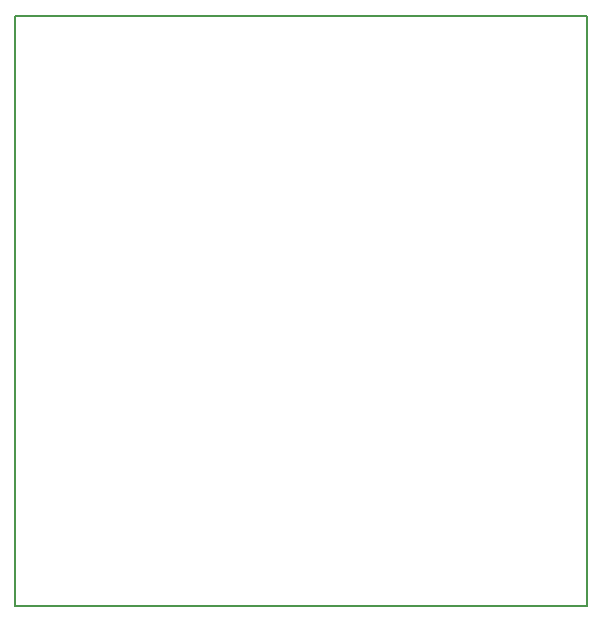
<source format=gm1>
G04 #@! TF.FileFunction,Profile,NP*
%FSLAX46Y46*%
G04 Gerber Fmt 4.6, Leading zero omitted, Abs format (unit mm)*
G04 Created by KiCad (PCBNEW 4.0.2-4+6225~38~ubuntu15.10.1-stable) date Tue 29 Mar 2016 00:01:41 BST*
%MOMM*%
G01*
G04 APERTURE LIST*
%ADD10C,0.100000*%
%ADD11C,0.150000*%
G04 APERTURE END LIST*
D10*
D11*
X62700000Y-62600000D02*
X62700000Y-112600000D01*
X111100000Y-112600000D02*
X110300000Y-112600000D01*
X111100000Y-79200000D02*
X111100000Y-112600000D01*
X111100000Y-62600000D02*
X111100000Y-79200000D01*
X110300000Y-62600000D02*
X111100000Y-62600000D01*
X62700000Y-62600000D02*
X110300000Y-62600000D01*
X62700000Y-112600000D02*
X110300000Y-112600000D01*
M02*

</source>
